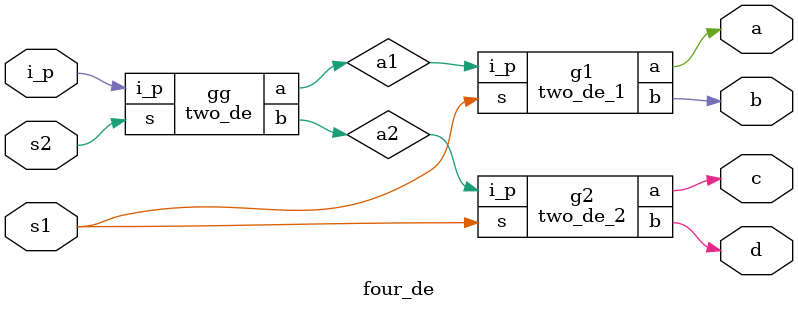
<source format=v>


// Verification Directory fv/four_de 

module two_de_1(i_p, a, b, s);
  input i_p, s;
  output a, b;
  wire i_p, s;
  wire a, b;
  NOR2BXL g17(.AN (i_p), .B (s), .Y (a));
  AND2XL g18(.A (s), .B (i_p), .Y (b));
endmodule

module two_de_2(i_p, a, b, s);
  input i_p, s;
  output a, b;
  wire i_p, s;
  wire a, b;
  NOR2BXL g17(.AN (i_p), .B (s), .Y (a));
  AND2XL g18(.A (s), .B (i_p), .Y (b));
endmodule

module two_de(i_p, a, b, s);
  input i_p, s;
  output a, b;
  wire i_p, s;
  wire a, b;
  NOR2BXL g17(.AN (i_p), .B (s), .Y (a));
  AND2X1 g18(.A (s), .B (i_p), .Y (b));
endmodule

module four_de(i_p, a, b, c, d, s1, s2);
  input i_p, s1, s2;
  output a, b, c, d;
  wire i_p, s1, s2;
  wire a, b, c, d;
  wire a1, a2;
  two_de_1 g1(a1, a, b, s1);
  two_de_2 g2(a2, c, d, s1);
  two_de gg(i_p, a1, a2, s2);
endmodule


</source>
